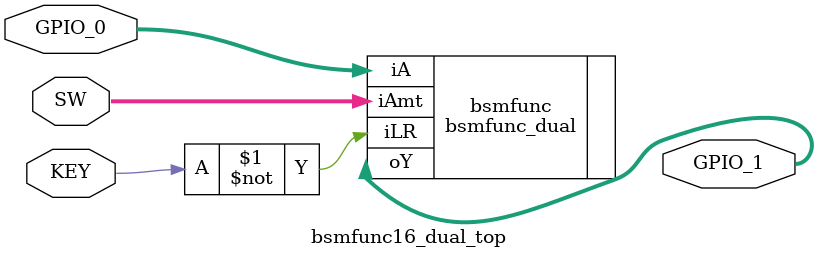
<source format=v>
module bsmfunc16_dual_top
	(
		input wire [15:0] GPIO_0,
		input wire [3:0] SW,
		input wire [0:0] KEY,
		output wire [15:0] GPIO_1
	);

	// 116 logic elements used
	// 16.34 worst case propagation delay
	bsmfunc_dual #(.N(16)) bsmfunc
		(.iA(GPIO_0), .iAmt(SW), .iLR(~KEY), .oY(GPIO_1));

endmodule

</source>
